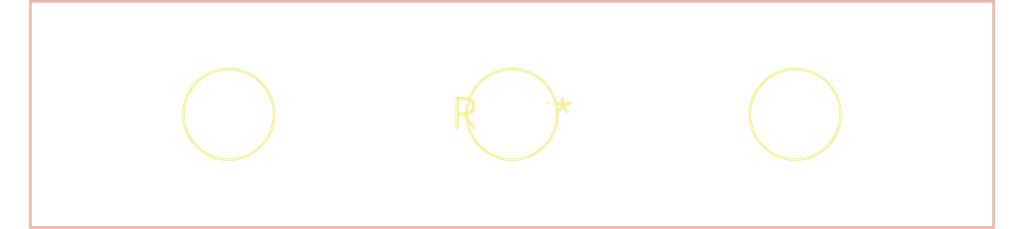
<source format=kicad_pcb>
(kicad_pcb (version 20240108) (generator pcbnew)
  (layers (0 "F.Cu" signal) (31 "B.Cu" signal) (34 "B.Paste" user) (35 "F.Paste" user) (36 "B.SilkS" user "B.Silkscreen") (37 "F.SilkS" user "F.Silkscreen") (38 "B.Mask" user) (39 "F.Mask" user) (44 "Edge.Cuts" user))
  (net 0 "")
  (footprint "DINRailAdapter_3xM3_PhoenixContact_1201578" (layer "F.Cu") (at 0 0)
    (property "Reference" "REF**")
    (property "Value" "DINRailAdapter_3xM3_PhoenixContact_1201578")
    (fp_line (start -21.25 -5) (end -21.25 5) (layer "B.SilkS") (stroke (width 0.12)))
    (fp_line (start -21.25 5) (end 21.25 5) (layer "B.SilkS") (stroke (width 0.12)))
    (fp_line (start 21.25 -5) (end -21.25 -5) (layer "B.SilkS") (stroke (width 0.12)))
    (fp_line (start 21.25 5) (end 21.25 -5) (layer "B.SilkS") (stroke (width 0.12)))
    (fp_circle (center -12.5 0) (end -10.5 0) (layer "F.SilkS") (stroke (width 0.12)) (fill none))
    (fp_circle (center 0 0) (end 2 0) (layer "F.SilkS") (stroke (width 0.12)) (fill none))
    (fp_circle (center 12.5 0) (end 14.5 0) (layer "F.SilkS") (stroke (width 0.12)) (fill none))
    (pad "" np_thru_hole circle (at -12.5 0) (size 3.2 3.2) (drill 3.2) (layers *.Cu *.Mask))
    (pad "" np_thru_hole circle (at 0 0) (size 3.2 3.2) (drill 3.2) (layers *.Cu *.Mask))
    (pad "" np_thru_hole circle (at 12.5 0) (size 3.2 3.2) (drill 3.2) (layers *.Cu *.Mask))
  )
)
</source>
